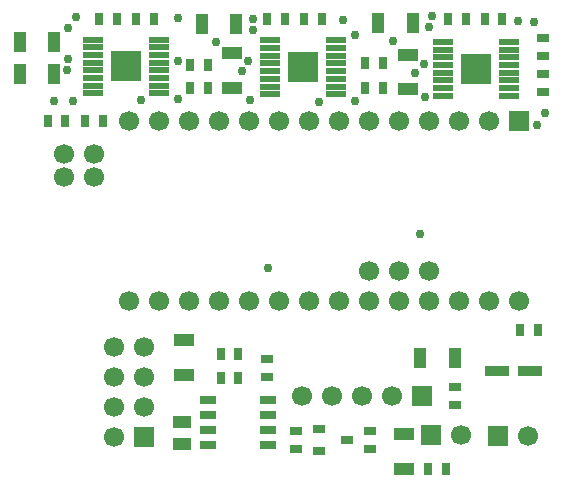
<source format=gts>
G04 Layer_Color=8388736*
%FSLAX25Y25*%
%MOIN*%
G70*
G01*
G75*
%ADD31R,0.07087X0.04331*%
%ADD32R,0.03150X0.04331*%
%ADD33R,0.04488X0.02717*%
%ADD34R,0.09882X0.10472*%
%ADD35R,0.06890X0.01969*%
%ADD36R,0.05488X0.02988*%
%ADD37R,0.07874X0.03347*%
%ADD38R,0.05906X0.04331*%
%ADD39R,0.04331X0.03150*%
%ADD40R,0.04331X0.07087*%
%ADD41C,0.06693*%
%ADD42R,0.06693X0.06693*%
%ADD43R,0.06693X0.06693*%
%ADD44C,0.02953*%
D31*
X232579Y354724D02*
D03*
Y343307D02*
D03*
X234153Y469783D02*
D03*
Y481201D02*
D03*
X159252Y374606D02*
D03*
Y386024D02*
D03*
X175394Y470276D02*
D03*
Y481693D02*
D03*
D32*
X240650Y343209D02*
D03*
X246555D02*
D03*
X247441Y493209D02*
D03*
X253346D02*
D03*
X271457Y389370D02*
D03*
X277362D02*
D03*
X113878Y459055D02*
D03*
X119783D02*
D03*
X132193D02*
D03*
X126287D02*
D03*
X177461Y381398D02*
D03*
X171555D02*
D03*
X177461Y373622D02*
D03*
X171555D02*
D03*
X149311Y493110D02*
D03*
X143406D02*
D03*
X205217Y493209D02*
D03*
X199311D02*
D03*
X265453Y493110D02*
D03*
X259547D02*
D03*
X161319Y470276D02*
D03*
X167225D02*
D03*
X167224Y477953D02*
D03*
X161319D02*
D03*
X219783Y470177D02*
D03*
X225689D02*
D03*
X225689Y478642D02*
D03*
X219783D02*
D03*
X131004Y493209D02*
D03*
X136910D02*
D03*
X187002D02*
D03*
X192907D02*
D03*
D33*
X204390Y356496D02*
D03*
Y349016D02*
D03*
X213721Y352756D02*
D03*
D34*
X256693Y476575D02*
D03*
X139862Y477362D02*
D03*
X198917Y477067D02*
D03*
D35*
X245669Y485532D02*
D03*
Y482972D02*
D03*
Y480413D02*
D03*
Y477854D02*
D03*
Y475295D02*
D03*
Y472736D02*
D03*
Y470177D02*
D03*
Y467618D02*
D03*
X267717Y485532D02*
D03*
Y482972D02*
D03*
Y480413D02*
D03*
Y477854D02*
D03*
Y475295D02*
D03*
Y472736D02*
D03*
Y470177D02*
D03*
Y467618D02*
D03*
X128839Y486319D02*
D03*
Y483760D02*
D03*
Y481201D02*
D03*
Y478642D02*
D03*
Y476083D02*
D03*
Y473524D02*
D03*
Y470965D02*
D03*
Y468405D02*
D03*
X150886Y486319D02*
D03*
Y483760D02*
D03*
Y481201D02*
D03*
Y478642D02*
D03*
Y476083D02*
D03*
Y473524D02*
D03*
Y470965D02*
D03*
Y468405D02*
D03*
X209941Y468110D02*
D03*
Y470669D02*
D03*
Y473228D02*
D03*
Y475787D02*
D03*
Y478346D02*
D03*
Y480905D02*
D03*
Y483465D02*
D03*
Y486024D02*
D03*
X187894Y468110D02*
D03*
Y470669D02*
D03*
Y473228D02*
D03*
Y475787D02*
D03*
Y478346D02*
D03*
Y480905D02*
D03*
Y483465D02*
D03*
Y486024D02*
D03*
D36*
X187311Y351063D02*
D03*
Y356063D02*
D03*
Y361063D02*
D03*
Y366063D02*
D03*
X167413Y351063D02*
D03*
Y356063D02*
D03*
Y361063D02*
D03*
Y366063D02*
D03*
D37*
X263583Y375984D02*
D03*
X274606D02*
D03*
D38*
X158563Y358957D02*
D03*
Y351476D02*
D03*
D39*
X278839Y486811D02*
D03*
Y480905D02*
D03*
X196654Y355807D02*
D03*
Y349902D02*
D03*
X187008Y379725D02*
D03*
Y373819D02*
D03*
X249705Y370472D02*
D03*
Y364567D02*
D03*
X221260Y355906D02*
D03*
Y350000D02*
D03*
X278839Y468897D02*
D03*
Y474803D02*
D03*
D40*
X238091Y380020D02*
D03*
X249508D02*
D03*
X104626Y485433D02*
D03*
X116043D02*
D03*
X165354Y491634D02*
D03*
X176771D02*
D03*
X224114Y491929D02*
D03*
X235531D02*
D03*
X104626Y474803D02*
D03*
X116043D02*
D03*
D41*
X119410Y448183D02*
D03*
X129410D02*
D03*
X146063Y363937D02*
D03*
Y373937D02*
D03*
Y383937D02*
D03*
X136063Y353937D02*
D03*
Y363937D02*
D03*
Y373937D02*
D03*
Y383937D02*
D03*
X228681Y367618D02*
D03*
X218681D02*
D03*
X208681D02*
D03*
X198681D02*
D03*
X241102Y409311D02*
D03*
X231102D02*
D03*
X221102D02*
D03*
X141102Y399311D02*
D03*
X151102D02*
D03*
X161102D02*
D03*
X171102D02*
D03*
X181102D02*
D03*
X191102D02*
D03*
X201102D02*
D03*
X211102D02*
D03*
X221102D02*
D03*
X231102D02*
D03*
X241102D02*
D03*
X251102D02*
D03*
X261102D02*
D03*
X271102D02*
D03*
X141102Y459154D02*
D03*
X151102D02*
D03*
X161102D02*
D03*
X171102D02*
D03*
X181102D02*
D03*
X191102D02*
D03*
X201102D02*
D03*
X211102D02*
D03*
X221102D02*
D03*
X231102D02*
D03*
X241102D02*
D03*
X251102D02*
D03*
X261102D02*
D03*
X251752Y354528D02*
D03*
X119410Y440551D02*
D03*
X129410D02*
D03*
X274094Y354232D02*
D03*
D42*
X146063Y353937D02*
D03*
X271102Y459154D02*
D03*
D43*
X238681Y367618D02*
D03*
X241752Y354528D02*
D03*
X264094Y354232D02*
D03*
D44*
X238120Y421555D02*
D03*
X187205Y410039D02*
D03*
X228839Y485925D02*
D03*
X120571Y490059D02*
D03*
X123228Y493799D02*
D03*
X242028Y494095D02*
D03*
X182382Y493209D02*
D03*
X170079Y485630D02*
D03*
X115945Y465945D02*
D03*
X212303Y492913D02*
D03*
X204331Y465650D02*
D03*
X275886Y492323D02*
D03*
X279528Y461713D02*
D03*
X276969Y457972D02*
D03*
X240846Y490650D02*
D03*
X181398Y466339D02*
D03*
X270768Y492618D02*
D03*
X239173Y478248D02*
D03*
X236417Y475197D02*
D03*
X239665Y467028D02*
D03*
X182382Y489370D02*
D03*
X120669Y479921D02*
D03*
X178789Y475738D02*
D03*
X157382Y479331D02*
D03*
X157185Y493602D02*
D03*
X120472Y476083D02*
D03*
X122441Y465945D02*
D03*
X157480Y466634D02*
D03*
X145079Y466339D02*
D03*
X180709Y479035D02*
D03*
X216240Y487697D02*
D03*
X216437Y465748D02*
D03*
M02*

</source>
